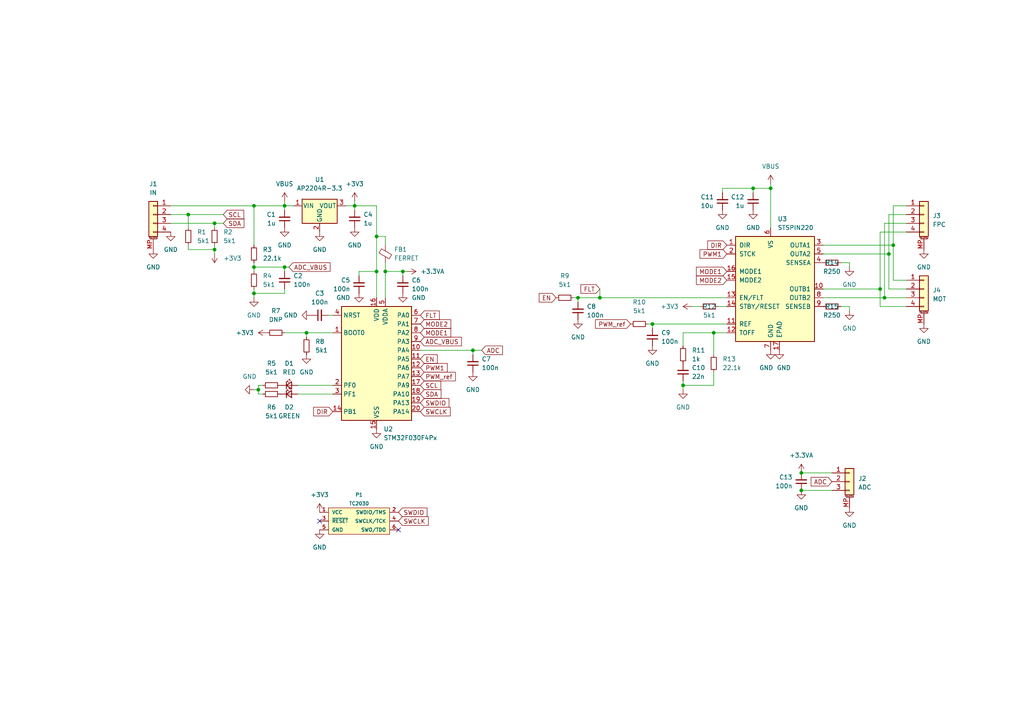
<source format=kicad_sch>
(kicad_sch (version 20211123) (generator eeschema)
  (paper "A4")
  (lib_symbols
    (symbol "Connector_Generic_MountingPin:Conn_01x03_MountingPin" (pin_names (offset 1.016) hide)
      (property "Reference" "J" (at 0 5.08 0))
      (property "Value" "Conn_01x03_MountingPin" (at 1.27 -5.08 0))
      (symbol "Conn_01x03_MountingPin_1_1"
        (rectangle (start -1.27 -2.413) (end 0 -2.667) (stroke (width 0.1524)))
        (rectangle (start -1.27 0.127) (end 0 -0.127) (stroke (width 0.1524)))
        (rectangle (start -1.27 2.667) (end 0 2.413) (stroke (width 0.1524)))
        (rectangle (start -1.27 3.81) (end 1.27 -3.81) (stroke (width 0.254)) (fill (type background)))
        (polyline (pts (xy -1.016 -4.572) (xy 1.016 -4.572)) (stroke (width 0.1524)))
        (text "Mounting" (at 0 -4.191 0) (effects (font (size 0.381 0.381))))
        (pin passive line (at -5.08 2.54 0) (length 3.81) (name "Pin_1") (number "1"))
        (pin passive line (at -5.08 0 0) (length 3.81) (name "Pin_2") (number "2"))
        (pin passive line (at -5.08 -2.54 0) (length 3.81) (name "Pin_3") (number "3"))
        (pin passive line (at 0 -7.62 90) (length 3.048) (name "MountPin") (number "MP"))
      )
    )
    (symbol "Connector_Generic_MountingPin:Conn_01x04_MountingPin" (pin_names (offset 1.016) hide)
      (property "Reference" "J" (at 0 5.08 0))
      (property "Value" "Conn_01x04_MountingPin" (at 1.27 -7.62 0))
      (symbol "Conn_01x04_MountingPin_1_1"
        (rectangle (start -1.27 -4.953) (end 0 -5.207) (stroke (width 0.1524)))
        (rectangle (start -1.27 -2.413) (end 0 -2.667) (stroke (width 0.1524)))
        (rectangle (start -1.27 0.127) (end 0 -0.127) (stroke (width 0.1524)))
        (rectangle (start -1.27 2.667) (end 0 2.413) (stroke (width 0.1524)))
        (rectangle (start -1.27 3.81) (end 1.27 -6.35) (stroke (width 0.254)) (fill (type background)))
        (polyline (pts (xy -1.016 -7.112) (xy 1.016 -7.112)) (stroke (width 0.1524)))
        (text "Mounting" (at 0 -6.731 0) (effects (font (size 0.381 0.381))))
        (pin passive line (at -5.08 2.54 0) (length 3.81) (name "Pin_1") (number "1"))
        (pin passive line (at -5.08 0 0) (length 3.81) (name "Pin_2") (number "2"))
        (pin passive line (at -5.08 -2.54 0) (length 3.81) (name "Pin_3") (number "3"))
        (pin passive line (at -5.08 -5.08 0) (length 3.81) (name "Pin_4") (number "4"))
        (pin passive line (at 0 -10.16 90) (length 3.048) (name "MountPin") (number "MP"))
      )
    )
    (symbol "Device:C_Small" (pin_numbers hide) (pin_names (offset 0.254) hide)
      (property "Reference" "C" (at 0.254 1.778 0))
      (property "Value" "C_Small" (at 0.254 -2.032 0))
      (symbol "C_Small_0_1"
        (polyline (pts (xy -1.524 -0.508) (xy 1.524 -0.508)) (stroke (width 0.3302)))
        (polyline (pts (xy -1.524 0.508) (xy 1.524 0.508)) (stroke (width 0.3048)))
      )
      (symbol "C_Small_1_1"
        (pin passive line (at 0 2.54 270) (length 2.032) (name "~") (number "1"))
        (pin passive line (at 0 -2.54 90) (length 2.032) (name "~") (number "2"))
      )
    )
    (symbol "Device:FerriteBead_Small" (pin_numbers hide) (pin_names (offset 0))
      (property "Reference" "FB" (at 1.905 1.27 0))
      (property "Value" "FerriteBead_Small" (at 1.905 -1.27 0))
      (symbol "FerriteBead_Small_0_1"
        (polyline (pts (xy 0 -1.27) (xy 0 -0.7874)))
        (polyline (pts (xy 0 0.889) (xy 0 1.2954)))
        (polyline (pts (xy -1.8288 0.2794) (xy -1.1176 1.4986) (xy 1.8288 -0.2032) (xy 1.1176 -1.4224) (xy -1.8288 0.2794)))
      )
      (symbol "FerriteBead_Small_1_1"
        (pin passive line (at 0 2.54 270) (length 1.27) (name "~") (number "1"))
        (pin passive line (at 0 -2.54 90) (length 1.27) (name "~") (number "2"))
      )
    )
    (symbol "Device:LED_Small" (pin_numbers hide) (pin_names (offset 0.254) hide)
      (property "Reference" "D" (at -1.27 3.175 0))
      (property "Value" "LED_Small" (at -4.445 -2.54 0))
      (symbol "LED_Small_0_1"
        (polyline (pts (xy -0.762 -1.016) (xy -0.762 1.016)) (stroke (width 0.254)))
        (polyline (pts (xy 1.016 0) (xy -0.762 0)))
        (polyline (pts (xy 0.762 -1.016) (xy -0.762 0) (xy 0.762 1.016) (xy 0.762 -1.016)) (stroke (width 0.254)))
        (polyline (pts (xy 0 0.762) (xy -0.508 1.27) (xy -0.254 1.27) (xy -0.508 1.27) (xy -0.508 1.016)))
        (polyline (pts (xy 0.508 1.27) (xy 0 1.778) (xy 0.254 1.778) (xy 0 1.778) (xy 0 1.524)))
      )
      (symbol "LED_Small_1_1"
        (pin passive line (at -2.54 0 0) (length 1.778) (name "K") (number "1"))
        (pin passive line (at 2.54 0 180) (length 1.778) (name "A") (number "2"))
      )
    )
    (symbol "Device:R_Small" (pin_numbers hide) (pin_names (offset 0.254) hide)
      (property "Reference" "R" (at 0.762 0.508 0))
      (property "Value" "R_Small" (at 0.762 -1.016 0))
      (symbol "R_Small_0_1"
        (rectangle (start -0.762 1.778) (end 0.762 -1.778) (stroke (width 0.2032)))
      )
      (symbol "R_Small_1_1"
        (pin passive line (at 0 2.54 270) (length 0.762) (name "~") (number "1"))
        (pin passive line (at 0 -2.54 90) (length 0.762) (name "~") (number "2"))
      )
    )
    (symbol "Driver_Motor:STSPIN220" (pin_names (offset 1.016))
      (property "Reference" "U" (at -10.16 16.51 0))
      (property "Value" "STSPIN220" (at 5.08 16.51 0))
      (symbol "STSPIN220_0_1"
        (rectangle (start -10.16 15.24) (end 12.7 -15.24) (stroke (width 0.254)) (fill (type background)))
      )
      (symbol "STSPIN220_1_1"
        (pin input line (at -12.7 12.7 0) (length 2.54) (name "DIR") (number "1"))
        (pin power_out line (at 15.24 0 180) (length 2.54) (name "OUTB1") (number "10"))
        (pin input line (at -12.7 -10.16 0) (length 2.54) (name "REF") (number "11"))
        (pin input line (at -12.7 -12.7 0) (length 2.54) (name "TOFF") (number "12"))
        (pin bidirectional line (at -12.7 -2.54 0) (length 2.54) (name "EN/FLT") (number "13"))
        (pin input line (at -12.7 -5.08 0) (length 2.54) (name "STBY/RESET") (number "14"))
        (pin input line (at -12.7 2.54 0) (length 2.54) (name "MODE2") (number "15"))
        (pin input line (at -12.7 5.08 0) (length 2.54) (name "MODE1") (number "16"))
        (pin power_in line (at 2.54 -17.78 90) (length 2.54) (name "EPAD") (number "17"))
        (pin input line (at -12.7 10.16 0) (length 2.54) (name "STCK") (number "2"))
        (pin power_out line (at 15.24 12.7 180) (length 2.54) (name "OUTA1") (number "3"))
        (pin power_out line (at 15.24 7.62 180) (length 2.54) (name "SENSEA") (number "4"))
        (pin power_out line (at 15.24 10.16 180) (length 2.54) (name "OUTA2") (number "5"))
        (pin power_in line (at 0 17.78 270) (length 2.54) (name "VS") (number "6"))
        (pin power_in line (at 0 -17.78 90) (length 2.54) (name "GND") (number "7"))
        (pin power_out line (at 15.24 -2.54 180) (length 2.54) (name "OUTB2") (number "8"))
        (pin power_out line (at 15.24 -5.08 180) (length 2.54) (name "SENSEB") (number "9"))
      )
    )
    (symbol "MCU_ST_STM32F0:STM32F030F4Px"
      (property "Reference" "U" (at -10.16 16.51 0))
      (property "Value" "STM32F030F4Px" (at 5.08 16.51 0))
      (symbol "STM32F030F4Px_0_1"
        (rectangle (start -10.16 -17.78) (end 10.16 15.24) (stroke (width 0.254)) (fill (type background)))
      )
      (symbol "STM32F030F4Px_1_1"
        (pin input line (at -12.7 7.62 0) (length 2.54) (name "BOOT0") (number "1"))
        (pin bidirectional line (at 12.7 2.54 180) (length 2.54) (name "PA4") (number "10"))
        (pin bidirectional line (at 12.7 0 180) (length 2.54) (name "PA5") (number "11"))
        (pin bidirectional line (at 12.7 -2.54 180) (length 2.54) (name "PA6") (number "12"))
        (pin bidirectional line (at 12.7 -5.08 180) (length 2.54) (name "PA7") (number "13"))
        (pin bidirectional line (at -12.7 -15.24 0) (length 2.54) (name "PB1") (number "14"))
        (pin power_in line (at 0 -20.32 90) (length 2.54) (name "VSS") (number "15"))
        (pin power_in line (at 0 17.78 270) (length 2.54) (name "VDD") (number "16"))
        (pin bidirectional line (at 12.7 -7.62 180) (length 2.54) (name "PA9") (number "17"))
        (pin bidirectional line (at 12.7 -10.16 180) (length 2.54) (name "PA10") (number "18"))
        (pin bidirectional line (at 12.7 -12.7 180) (length 2.54) (name "PA13") (number "19"))
        (pin input line (at -12.7 -7.62 0) (length 2.54) (name "PF0") (number "2"))
        (pin bidirectional line (at 12.7 -15.24 180) (length 2.54) (name "PA14") (number "20"))
        (pin input line (at -12.7 -10.16 0) (length 2.54) (name "PF1") (number "3"))
        (pin input line (at -12.7 12.7 0) (length 2.54) (name "NRST") (number "4"))
        (pin power_in line (at 2.54 17.78 270) (length 2.54) (name "VDDA") (number "5"))
        (pin bidirectional line (at 12.7 12.7 180) (length 2.54) (name "PA0") (number "6"))
        (pin bidirectional line (at 12.7 10.16 180) (length 2.54) (name "PA1") (number "7"))
        (pin bidirectional line (at 12.7 7.62 180) (length 2.54) (name "PA2") (number "8"))
        (pin bidirectional line (at 12.7 5.08 180) (length 2.54) (name "PA3") (number "9"))
      )
    )
    (symbol "Regulator_Linear:AP2204R-3.3" (pin_names (offset 0.254))
      (property "Reference" "U" (at -5.08 3.175 0))
      (property "Value" "AP2204R-3.3" (at 0 3.175 0))
      (symbol "AP2204R-3.3_0_1"
        (rectangle (start -5.08 1.905) (end 5.08 -5.08) (stroke (width 0.254)) (fill (type background)))
      )
      (symbol "AP2204R-3.3_1_1"
        (pin power_in line (at -7.62 0 0) (length 2.54) (name "VIN") (number "1"))
        (pin power_in line (at 0 -7.62 90) (length 2.54) (name "GND") (number "2"))
        (pin power_out line (at 7.62 0 180) (length 2.54) (name "VOUT") (number "3"))
      )
    )
    (symbol "otter:+3.3V" (power) (pin_names (offset 0))
      (property "Value" "+3.3V" (at 0 3.556 0))
      (symbol "+3.3V_0_1"
        (polyline (pts (xy -0.762 1.27) (xy 0 2.54)))
        (polyline (pts (xy 0 0) (xy 0 2.54)))
        (polyline (pts (xy 0 2.54) (xy 0.762 1.27)))
      )
      (symbol "+3.3V_1_1"
        (pin power_in line (at 0 0 90) (length 0) hide (name "+3V3") (number "1"))
      )
    )
    (symbol "otter:GND" (power) (pin_names (offset 0))
      (property "Value" "GND" (at 0 -3.81 0))
      (symbol "GND_0_1"
        (polyline (pts (xy 0 0) (xy 0 -1.27) (xy 1.27 -1.27) (xy 0 -2.54) (xy -1.27 -1.27) (xy 0 -1.27)))
      )
      (symbol "GND_1_1"
        (pin power_in line (at 0 0 270) (length 0) hide (name "GND") (number "1"))
      )
    )
    (symbol "otter:TC2030-CTX-Tag-Connect" (pin_names (offset 1.016))
      (property "Reference" "P" (at -1.27 -5.08 0))
      (property "Value" "TC2030-CTX-Tag-Connect" (at 0 5.08 0))
      (symbol "TC2030-CTX-Tag-Connect_0_1"
        (rectangle (start 8.89 3.81) (end -8.89 -3.81) (fill (type background)))
      )
      (symbol "TC2030-CTX-Tag-Connect_1_1"
        (pin passive line (at -11.43 2.54 0) (length 2.54) (name "VCC") (number "1"))
        (pin passive line (at 11.43 2.54 180) (length 2.54) (name "SWDIO/TMS") (number "2"))
        (pin passive line (at -11.43 0 0) (length 2.54) (name "~{RESET}") (number "3"))
        (pin passive line (at 11.43 0 180) (length 2.54) (name "SWCLK/TCK") (number "4"))
        (pin passive line (at -11.43 -2.54 0) (length 2.54) (name "GND") (number "5"))
        (pin passive line (at 11.43 -2.54 180) (length 2.54) (name "SWO/TDO") (number "6"))
      )
    )
    (symbol "power:+3.3VA" (power) (pin_names (offset 0))
      (property "Value" "+3.3VA" (at 0 3.556 0))
      (symbol "+3.3VA_0_1"
        (polyline (pts (xy -0.762 1.27) (xy 0 2.54)))
        (polyline (pts (xy 0 0) (xy 0 2.54)))
        (polyline (pts (xy 0 2.54) (xy 0.762 1.27)))
      )
      (symbol "+3.3VA_1_1"
        (pin power_in line (at 0 0 90) (length 0) hide (name "+3.3VA") (number "1"))
      )
    )
    (symbol "power:VBUS" (power) (pin_names (offset 0))
      (property "Value" "VBUS" (at 0 3.81 0))
      (symbol "VBUS_0_1"
        (polyline (pts (xy -0.762 1.27) (xy 0 2.54)))
        (polyline (pts (xy 0 0) (xy 0 2.54)))
        (polyline (pts (xy 0 2.54) (xy 0.762 1.27)))
      )
      (symbol "VBUS_1_1"
        (pin power_in line (at 0 0 90) (length 0) hide (name "VBUS") (number "1"))
      )
    )
  )
  (junction (at 207.01 96.52))
  (junction (at 116.84 78.74))
  (junction (at 102.87 59.69))
  (junction (at 232.41 142.24))
  (junction (at 257.81 73.66))
  (junction (at 137.16 101.6))
  (junction (at 232.41 137.16))
  (junction (at 73.66 77.47))
  (junction (at 198.12 111.76))
  (junction (at 256.54 86.36))
  (junction (at 218.44 54.61))
  (junction (at 109.22 78.74))
  (junction (at 259.08 71.12))
  (junction (at 167.64 86.36))
  (junction (at 255.27 83.82))
  (junction (at 73.66 59.69))
  (junction (at 82.55 77.47))
  (junction (at 62.23 72.39))
  (junction (at 62.23 64.77))
  (junction (at 173.99 86.36))
  (junction (at 73.66 85.09))
  (junction (at 223.52 54.61))
  (junction (at 189.23 93.98))
  (junction (at 111.76 78.74))
  (junction (at 88.9 96.52))
  (junction (at 74.93 113.03))
  (junction (at 82.55 59.69))
  (junction (at 109.22 68.58))
  (junction (at 54.61 62.23))
  (no_connect (at 92.71 151.13))
  (no_connect (at 115.57 153.67))
  (wire (pts (xy 173.99 86.36) (xy 210.82 86.36)))
  (wire (pts (xy 54.61 66.04) (xy 54.61 62.23)))
  (wire (pts (xy 85.09 59.69) (xy 82.55 59.69)))
  (wire (pts (xy 262.89 59.69) (xy 259.08 59.69)))
  (wire (pts (xy 262.89 64.77) (xy 256.54 64.77)))
  (wire (pts (xy 256.54 86.36) (xy 262.89 86.36)))
  (wire (pts (xy 83.82 77.47) (xy 82.55 77.47)))
  (wire (pts (xy 256.54 86.36) (xy 238.76 86.36)))
  (wire (pts (xy 223.52 53.34) (xy 223.52 54.61)))
  (wire (pts (xy 187.96 93.98) (xy 189.23 93.98)))
  (wire (pts (xy 111.76 68.58) (xy 109.22 68.58)))
  (wire (pts (xy 73.66 77.47) (xy 73.66 78.74)))
  (wire (pts (xy 189.23 95.25) (xy 189.23 93.98)))
  (wire (pts (xy 232.41 142.24) (xy 241.3 142.24)))
  (wire (pts (xy 82.55 59.69) (xy 82.55 58.42)))
  (wire (pts (xy 173.99 83.82) (xy 173.99 86.36)))
  (wire (pts (xy 73.66 59.69) (xy 82.55 59.69)))
  (wire (pts (xy 246.38 76.2) (xy 243.84 76.2)))
  (wire (pts (xy 104.14 78.74) (xy 109.22 78.74)))
  (wire (pts (xy 62.23 72.39) (xy 62.23 71.12)))
  (wire (pts (xy 218.44 54.61) (xy 223.52 54.61)))
  (wire (pts (xy 208.28 88.9) (xy 210.82 88.9)))
  (wire (pts (xy 86.36 111.76) (xy 96.52 111.76)))
  (wire (pts (xy 259.08 71.12) (xy 259.08 81.28)))
  (wire (pts (xy 62.23 72.39) (xy 54.61 72.39)))
  (wire (pts (xy 102.87 60.96) (xy 102.87 59.69)))
  (wire (pts (xy 257.81 62.23) (xy 257.81 73.66)))
  (wire (pts (xy 262.89 67.31) (xy 255.27 67.31)))
  (wire (pts (xy 73.66 85.09) (xy 82.55 85.09)))
  (wire (pts (xy 49.53 59.69) (xy 73.66 59.69)))
  (wire (pts (xy 74.93 111.76) (xy 76.2 111.76)))
  (wire (pts (xy 255.27 88.9) (xy 262.89 88.9)))
  (wire (pts (xy 64.77 62.23) (xy 54.61 62.23)))
  (wire (pts (xy 246.38 88.9) (xy 243.84 88.9)))
  (wire (pts (xy 109.22 68.58) (xy 109.22 78.74)))
  (wire (pts (xy 54.61 72.39) (xy 54.61 71.12)))
  (wire (pts (xy 116.84 78.74) (xy 116.84 80.01)))
  (wire (pts (xy 166.37 86.36) (xy 167.64 86.36)))
  (wire (pts (xy 207.01 96.52) (xy 198.12 96.52)))
  (wire (pts (xy 139.7 101.6) (xy 137.16 101.6)))
  (wire (pts (xy 74.93 114.3) (xy 74.93 113.03)))
  (wire (pts (xy 118.11 78.74) (xy 116.84 78.74)))
  (wire (pts (xy 207.01 111.76) (xy 207.01 107.95)))
  (wire (pts (xy 189.23 93.98) (xy 210.82 93.98)))
  (wire (pts (xy 95.25 91.44) (xy 96.52 91.44)))
  (wire (pts (xy 73.66 85.09) (xy 73.66 83.82)))
  (wire (pts (xy 111.76 78.74) (xy 111.76 86.36)))
  (wire (pts (xy 167.64 87.63) (xy 167.64 86.36)))
  (wire (pts (xy 255.27 83.82) (xy 255.27 88.9)))
  (wire (pts (xy 207.01 96.52) (xy 207.01 102.87)))
  (wire (pts (xy 246.38 77.47) (xy 246.38 76.2)))
  (wire (pts (xy 167.64 86.36) (xy 173.99 86.36)))
  (wire (pts (xy 82.55 85.09) (xy 82.55 83.82)))
  (wire (pts (xy 223.52 54.61) (xy 223.52 66.04)))
  (wire (pts (xy 96.52 114.3) (xy 86.36 114.3)))
  (wire (pts (xy 257.81 83.82) (xy 262.89 83.82)))
  (wire (pts (xy 200.66 88.9) (xy 203.2 88.9)))
  (wire (pts (xy 256.54 64.77) (xy 256.54 86.36)))
  (wire (pts (xy 209.55 55.88) (xy 209.55 54.61)))
  (wire (pts (xy 109.22 59.69) (xy 109.22 68.58)))
  (wire (pts (xy 54.61 62.23) (xy 49.53 62.23)))
  (wire (pts (xy 246.38 90.17) (xy 246.38 88.9)))
  (wire (pts (xy 62.23 66.04) (xy 62.23 64.77)))
  (wire (pts (xy 218.44 55.88) (xy 218.44 54.61)))
  (wire (pts (xy 198.12 96.52) (xy 198.12 100.33)))
  (wire (pts (xy 198.12 111.76) (xy 207.01 111.76)))
  (wire (pts (xy 104.14 80.01) (xy 104.14 78.74)))
  (wire (pts (xy 82.55 96.52) (xy 88.9 96.52)))
  (wire (pts (xy 109.22 78.74) (xy 109.22 86.36)))
  (wire (pts (xy 255.27 67.31) (xy 255.27 83.82)))
  (wire (pts (xy 111.76 71.12) (xy 111.76 68.58)))
  (wire (pts (xy 259.08 81.28) (xy 262.89 81.28)))
  (wire (pts (xy 74.93 113.03) (xy 74.93 111.76)))
  (wire (pts (xy 111.76 78.74) (xy 116.84 78.74)))
  (wire (pts (xy 73.66 76.2) (xy 73.66 77.47)))
  (wire (pts (xy 137.16 101.6) (xy 121.92 101.6)))
  (wire (pts (xy 73.66 86.36) (xy 73.66 85.09)))
  (wire (pts (xy 238.76 71.12) (xy 259.08 71.12)))
  (wire (pts (xy 198.12 110.49) (xy 198.12 111.76)))
  (wire (pts (xy 82.55 78.74) (xy 82.55 77.47)))
  (wire (pts (xy 137.16 102.87) (xy 137.16 101.6)))
  (wire (pts (xy 241.3 137.16) (xy 232.41 137.16)))
  (wire (pts (xy 102.87 59.69) (xy 109.22 59.69)))
  (wire (pts (xy 82.55 77.47) (xy 73.66 77.47)))
  (wire (pts (xy 257.81 73.66) (xy 257.81 83.82)))
  (wire (pts (xy 76.2 114.3) (xy 74.93 114.3)))
  (wire (pts (xy 210.82 96.52) (xy 207.01 96.52)))
  (wire (pts (xy 100.33 59.69) (xy 102.87 59.69)))
  (wire (pts (xy 82.55 60.96) (xy 82.55 59.69)))
  (wire (pts (xy 62.23 64.77) (xy 49.53 64.77)))
  (wire (pts (xy 209.55 54.61) (xy 218.44 54.61)))
  (wire (pts (xy 73.66 71.12) (xy 73.66 59.69)))
  (wire (pts (xy 62.23 73.66) (xy 62.23 72.39)))
  (wire (pts (xy 73.66 113.03) (xy 74.93 113.03)))
  (wire (pts (xy 238.76 83.82) (xy 255.27 83.82)))
  (wire (pts (xy 259.08 59.69) (xy 259.08 71.12)))
  (wire (pts (xy 238.76 73.66) (xy 257.81 73.66)))
  (wire (pts (xy 64.77 64.77) (xy 62.23 64.77)))
  (wire (pts (xy 198.12 113.03) (xy 198.12 111.76)))
  (wire (pts (xy 88.9 96.52) (xy 88.9 97.79)))
  (wire (pts (xy 102.87 59.69) (xy 102.87 58.42)))
  (wire (pts (xy 96.52 96.52) (xy 88.9 96.52)))
  (wire (pts (xy 111.76 76.2) (xy 111.76 78.74)))
  (wire (pts (xy 262.89 62.23) (xy 257.81 62.23)))
  (global_label "SDA" (shape input) (at 64.77 64.77 0) (property "Intersheet References" "${INTERSHEET_REFS}" (effects hide)))
  (global_label "PWM_ref" (shape input) (at 182.88 93.98 180) (property "Intersheet References" "${INTERSHEET_REFS}" (effects hide)))
  (global_label "ADC" (shape input) (at 139.7 101.6 0) (property "Intersheet References" "${INTERSHEET_REFS}" (effects hide)))
  (global_label "ADC_VBUS" (shape input) (at 83.82 77.47 0) (property "Intersheet References" "${INTERSHEET_REFS}" (effects hide)))
  (global_label "SWDIO" (shape input) (at 115.57 148.59 0) (property "Intersheet References" "${INTERSHEET_REFS}" (effects hide)))
  (global_label "SWCLK" (shape input) (at 121.92 119.38 0) (property "Intersheet References" "${INTERSHEET_REFS}" (effects hide)))
  (global_label "MODE1" (shape input) (at 210.82 78.74 180) (property "Intersheet References" "${INTERSHEET_REFS}" (effects hide)))
  (global_label "MODE2" (shape input) (at 121.92 93.98 0) (property "Intersheet References" "${INTERSHEET_REFS}" (effects hide)))
  (global_label "SCL" (shape input) (at 121.92 111.76 0) (property "Intersheet References" "${INTERSHEET_REFS}" (effects hide)))
  (global_label "PWM1" (shape input) (at 121.92 106.68 0) (property "Intersheet References" "${INTERSHEET_REFS}" (effects hide)))
  (global_label "PWM_ref" (shape input) (at 121.92 109.22 0) (property "Intersheet References" "${INTERSHEET_REFS}" (effects hide)))
  (global_label "SWCLK" (shape input) (at 115.57 151.13 0) (property "Intersheet References" "${INTERSHEET_REFS}" (effects hide)))
  (global_label "FLT" (shape input) (at 173.99 83.82 180) (property "Intersheet References" "${INTERSHEET_REFS}" (effects hide)))
  (global_label "DIR" (shape input) (at 210.82 71.12 180) (property "Intersheet References" "${INTERSHEET_REFS}" (effects hide)))
  (global_label "MODE2" (shape input) (at 210.82 81.28 180) (property "Intersheet References" "${INTERSHEET_REFS}" (effects hide)))
  (global_label "SDA" (shape input) (at 121.92 114.3 0) (property "Intersheet References" "${INTERSHEET_REFS}" (effects hide)))
  (global_label "DIR" (shape input) (at 96.52 119.38 180) (property "Intersheet References" "${INTERSHEET_REFS}" (effects hide)))
  (global_label "FLT" (shape input) (at 121.92 91.44 0) (property "Intersheet References" "${INTERSHEET_REFS}" (effects hide)))
  (global_label "MODE1" (shape input) (at 121.92 96.52 0) (property "Intersheet References" "${INTERSHEET_REFS}" (effects hide)))
  (global_label "ADC" (shape input) (at 241.3 139.7 180) (property "Intersheet References" "${INTERSHEET_REFS}" (effects hide)))
  (global_label "EN" (shape input) (at 161.29 86.36 180) (property "Intersheet References" "${INTERSHEET_REFS}" (effects hide)))
  (global_label "PWM1" (shape input) (at 210.82 73.66 180) (property "Intersheet References" "${INTERSHEET_REFS}" (effects hide)))
  (global_label "ADC_VBUS" (shape input) (at 121.92 99.06 0) (property "Intersheet References" "${INTERSHEET_REFS}" (effects hide)))
  (global_label "SCL" (shape input) (at 64.77 62.23 0) (property "Intersheet References" "${INTERSHEET_REFS}" (effects hide)))
  (global_label "SWDIO" (shape input) (at 121.92 116.84 0) (property "Intersheet References" "${INTERSHEET_REFS}" (effects hide)))
  (global_label "EN" (shape input) (at 121.92 104.14 0) (property "Intersheet References" "${INTERSHEET_REFS}" (effects hide)))
  (symbol (lib_id "otter:GND") (at 267.97 72.39 0) (unit 1)
    (property "Reference" "#PWR0118" (effects hide))
    (property "Value" "GND" (at 267.97 77.47 0))
  )
  (symbol (lib_id "Device:R_Small") (at 78.74 111.76 90) (unit 1)
    (property "Reference" "R5" (at 78.74 105.41 90))
    (property "Value" "5k1" (at 78.74 107.95 90))
    (property "Footprint" "otter:R_0402" (effects hide))
  )
  (symbol (lib_id "otter:+3.3V") (at 200.66 88.9 90) (unit 1)
    (property "Reference" "#PWR0129" (effects hide))
    (property "Value" "+3.3V" (at 196.85 88.8999 90) (effects (justify left)))
  )
  (symbol (lib_id "Connector_Generic_MountingPin:Conn_01x04_MountingPin") (at 267.97 62.23 0) (unit 1)
    (property "Reference" "J3" (at 270.51 62.5855 0) (effects (justify left)))
    (property "Value" "FPC" (at 270.51 65.1255 0) (effects (justify left)))
    (property "Footprint" "Connector_FFC-FPC:TE_84953-4_1x04-1MP_P1.0mm_Horizontal" (effects hide))
  )
  (symbol (lib_id "Device:C_Small") (at 189.23 97.79 180) (unit 1)
    (property "Reference" "C9" (at 191.77 96.5135 0) (effects (justify right)))
    (property "Value" "100n" (at 191.77 99.0535 0) (effects (justify right)))
    (property "Footprint" "otter:C_0402" (effects hide))
  )
  (symbol (lib_id "otter:GND") (at 104.14 85.09 0) (mirror y) (unit 1)
    (property "Reference" "#PWR0102" (effects hide))
    (property "Value" "GND" (at 101.6 86.3599 0) (effects (justify left)))
  )
  (symbol (lib_id "otter:GND") (at 167.64 92.71 0) (unit 1)
    (property "Reference" "#PWR0126" (effects hide))
    (property "Value" "GND" (at 167.64 97.79 0))
  )
  (symbol (lib_id "otter:GND") (at 246.38 77.47 0) (unit 1)
    (property "Reference" "#PWR0131" (effects hide))
    (property "Value" "GND" (at 246.38 82.55 0))
  )
  (symbol (lib_id "MCU_ST_STM32F0:STM32F030F4Px") (at 109.22 104.14 0) (unit 1)
    (property "Reference" "U2" (at 111.2394 124.46 0) (effects (justify left)))
    (property "Value" "STM32F030F4Px" (at 111.2394 127 0) (effects (justify left)))
    (property "Footprint" "Package_SO:TSSOP-20_4.4x6.5mm_P0.65mm" (effects hide))
    (property "Datasheet" "http://www.st.com/st-web-ui/static/active/en/resource/technical/document/datasheet/DM00088500.pdf" (effects hide))
  )
  (symbol (lib_id "otter:GND") (at 82.55 66.04 0) (unit 1)
    (property "Reference" "#PWR0120" (effects hide))
    (property "Value" "GND" (at 82.55 71.12 0))
  )
  (symbol (lib_id "Device:C_Small") (at 82.55 63.5 180) (unit 1)
    (property "Reference" "C1" (at 80.01 62.2235 0) (effects (justify left)))
    (property "Value" "1u" (at 80.01 64.7635 0) (effects (justify left)))
    (property "Footprint" "otter:C_0603" (effects hide))
  )
  (symbol (lib_id "power:+3.3VA") (at 232.41 137.16 0) (unit 1)
    (property "Reference" "#PWR0114" (effects hide))
    (property "Value" "+3.3VA" (at 232.41 132.08 0))
  )
  (symbol (lib_id "otter:GND") (at 49.53 67.31 0) (unit 1)
    (property "Reference" "#PWR0121" (effects hide))
    (property "Value" "GND" (at 49.53 72.39 0))
  )
  (symbol (lib_id "Device:C_Small") (at 82.55 81.28 180) (unit 1)
    (property "Reference" "C2" (at 85.09 80.0035 0) (effects (justify right)))
    (property "Value" "100n" (at 85.09 82.5435 0) (effects (justify right)))
    (property "Footprint" "otter:C_0402" (effects hide))
  )
  (symbol (lib_id "otter:GND") (at 116.84 85.09 0) (unit 1)
    (property "Reference" "#PWR0112" (effects hide))
    (property "Value" "GND" (at 119.38 86.3599 0) (effects (justify left)))
  )
  (symbol (lib_id "Device:R_Small") (at 78.74 114.3 90) (mirror x) (unit 1)
    (property "Reference" "R6" (at 78.74 118.11 90))
    (property "Value" "5k1" (at 78.74 120.65 90))
    (property "Footprint" "otter:R_0402" (effects hide))
  )
  (symbol (lib_id "Device:C_Small") (at 232.41 139.7 180) (unit 1)
    (property "Reference" "C13" (at 229.87 138.4235 0) (effects (justify left)))
    (property "Value" "100n" (at 229.87 140.9635 0) (effects (justify left)))
    (property "Footprint" "otter:C_0402" (effects hide))
  )
  (symbol (lib_id "Device:R_Small") (at 163.83 86.36 90) (unit 1)
    (property "Reference" "R9" (at 163.83 80.01 90))
    (property "Value" "5k1" (at 163.83 82.55 90))
    (property "Footprint" "otter:R_0402" (effects hide))
  )
  (symbol (lib_id "Driver_Motor:STSPIN220") (at 223.52 83.82 0) (unit 1)
    (property "Reference" "U3" (at 225.5394 63.5 0) (effects (justify left)))
    (property "Value" "STSPIN220" (at 225.5394 66.04 0) (effects (justify left)))
    (property "Footprint" "Package_DFN_QFN:VQFN-16-1EP_3x3mm_P0.5mm_EP1.8x1.8mm" (effects hide))
    (property "Datasheet" "www.st.com/resource/en/datasheet/stspin220.pdf" (effects hide))
  )
  (symbol (lib_id "otter:GND") (at 73.66 86.36 0) (unit 1)
    (property "Reference" "#PWR0125" (effects hide))
    (property "Value" "GND" (at 73.66 91.44 0))
  )
  (symbol (lib_id "Device:C_Small") (at 137.16 105.41 180) (unit 1)
    (property "Reference" "C7" (at 139.7 104.1335 0) (effects (justify right)))
    (property "Value" "100n" (at 139.7 106.6735 0) (effects (justify right)))
    (property "Footprint" "otter:C_0402" (effects hide))
  )
  (symbol (lib_id "otter:GND") (at 223.52 101.6 0) (unit 1)
    (property "Reference" "#PWR0134" (effects hide))
    (property "Value" "GND" (at 222.25 106.68 0))
  )
  (symbol (lib_id "otter:TC2030-CTX-Tag-Connect") (at 104.14 151.13 0) (unit 1)
    (property "Reference" "P1" (at 104.14 143.51 0) (effects (font (size 1.016 1.016))))
    (property "Value" "TC2030" (at 104.14 146.05 0) (effects (font (size 1.016 1.016))))
    (property "Footprint" "otter:TC2030" (effects hide))
  )
  (symbol (lib_id "Device:LED_Small") (at 83.82 114.3 0) (unit 1)
    (property "Reference" "D2" (at 83.8835 118.11 0))
    (property "Value" "GREEN" (at 83.8835 120.65 0))
    (property "Footprint" "otter:LED_0603_1608Metric" (effects hide))
  )
  (symbol (lib_id "Device:C_Small") (at 167.64 90.17 180) (unit 1)
    (property "Reference" "C8" (at 170.18 88.8935 0) (effects (justify right)))
    (property "Value" "100n" (at 170.18 91.4335 0) (effects (justify right)))
    (property "Footprint" "otter:C_0402" (effects hide))
  )
  (symbol (lib_id "otter:GND") (at 246.38 147.32 0) (unit 1)
    (property "Reference" "#PWR0113" (effects hide))
    (property "Value" "GND" (at 246.38 152.4 0))
  )
  (symbol (lib_id "Device:R_Small") (at 205.74 88.9 90) (unit 1)
    (property "Reference" "R12" (at 205.74 88.9 90))
    (property "Value" "5k1" (at 205.74 91.44 90))
    (property "Footprint" "otter:R_0402" (effects hide))
  )
  (symbol (lib_id "otter:GND") (at 92.71 67.31 0) (unit 1)
    (property "Reference" "#PWR0104" (effects hide))
    (property "Value" "GND" (at 92.71 72.39 0))
  )
  (symbol (lib_id "Device:C_Small") (at 102.87 63.5 180) (unit 1)
    (property "Reference" "C4" (at 105.41 62.2235 0) (effects (justify right)))
    (property "Value" "1u" (at 105.41 64.7635 0) (effects (justify right)))
    (property "Footprint" "otter:C_0603" (effects hide))
  )
  (symbol (lib_id "Device:R_Small") (at 241.3 76.2 90) (unit 1)
    (property "Reference" "R14" (at 241.3 76.2 90))
    (property "Value" "R250" (at 241.3 78.74 90))
    (property "Footprint" "otter:R_0805" (effects hide))
  )
  (symbol (lib_id "otter:GND") (at 102.87 66.04 0) (unit 1)
    (property "Reference" "#PWR0103" (effects hide))
    (property "Value" "GND" (at 102.87 71.12 0))
  )
  (symbol (lib_id "power:+3.3VA") (at 118.11 78.74 270) (unit 1)
    (property "Reference" "#PWR0111" (effects hide))
    (property "Value" "+3.3VA" (at 121.92 78.7399 90) (effects (justify left)))
  )
  (symbol (lib_id "Device:R_Small") (at 54.61 68.58 0) (unit 1)
    (property "Reference" "R1" (at 57.15 67.3099 0) (effects (justify left)))
    (property "Value" "5k1" (at 57.15 69.8499 0) (effects (justify left)))
    (property "Footprint" "otter:R_0402" (effects hide))
  )
  (symbol (lib_id "otter:+3.3V") (at 102.87 58.42 0) (unit 1)
    (property "Reference" "#PWR0105" (effects hide))
    (property "Value" "+3.3V" (at 102.87 53.34 0))
  )
  (symbol (lib_id "Device:C_Small") (at 218.44 58.42 180) (unit 1)
    (property "Reference" "C12" (at 215.9 57.1435 0) (effects (justify left)))
    (property "Value" "1u" (at 215.9 59.6835 0) (effects (justify left)))
    (property "Footprint" "otter:C_0603" (effects hide))
  )
  (symbol (lib_id "otter:+3.3V") (at 92.71 148.59 0) (unit 1)
    (property "Reference" "#PWR0109" (effects hide))
    (property "Value" "+3.3V" (at 92.71 143.51 0))
  )
  (symbol (lib_id "Device:R_Small") (at 73.66 73.66 0) (unit 1)
    (property "Reference" "R3" (at 76.2 72.3899 0) (effects (justify left)))
    (property "Value" "22.1k" (at 76.2 74.9299 0) (effects (justify left)))
    (property "Footprint" "otter:R_0402" (effects hide))
  )
  (symbol (lib_id "Device:FerriteBead_Small") (at 111.76 73.66 0) (unit 1)
    (property "Reference" "FB1" (at 114.3 72.3518 0) (effects (justify left)))
    (property "Value" "FERRET" (at 114.3 74.8918 0) (effects (justify left)))
    (property "Footprint" "otter:R_0603" (effects hide))
  )
  (symbol (lib_id "Device:C_Small") (at 92.71 91.44 90) (unit 1)
    (property "Reference" "C3" (at 92.7163 85.09 90))
    (property "Value" "100n" (at 92.7163 87.63 90))
    (property "Footprint" "otter:C_0402" (effects hide))
  )
  (symbol (lib_id "otter:+3.3V") (at 62.23 73.66 180) (unit 1)
    (property "Reference" "#PWR0124" (effects hide))
    (property "Value" "+3.3V" (at 64.77 74.9299 0) (effects (justify right)))
  )
  (symbol (lib_id "Device:C_Small") (at 198.12 107.95 180) (unit 1)
    (property "Reference" "C10" (at 200.66 106.6735 0) (effects (justify right)))
    (property "Value" "22n" (at 200.66 109.2135 0) (effects (justify right)))
    (property "Footprint" "otter:C_0402" (effects hide))
  )
  (symbol (lib_id "Device:LED_Small") (at 83.82 111.76 0) (unit 1)
    (property "Reference" "D1" (at 83.8835 105.41 0))
    (property "Value" "RED" (at 83.8835 107.95 0))
    (property "Footprint" "otter:LED_0603_1608Metric" (effects hide))
  )
  (symbol (lib_id "Device:R_Small") (at 185.42 93.98 90) (unit 1)
    (property "Reference" "R10" (at 185.42 87.63 90))
    (property "Value" "5k1" (at 185.42 90.17 90))
    (property "Footprint" "otter:R_0402" (effects hide))
  )
  (symbol (lib_id "otter:GND") (at 109.22 124.46 0) (unit 1)
    (property "Reference" "#PWR0108" (effects hide))
    (property "Value" "GND" (at 109.22 129.54 0))
  )
  (symbol (lib_id "Connector_Generic_MountingPin:Conn_01x04_MountingPin") (at 44.45 62.23 0) (mirror y) (unit 1)
    (property "Reference" "J1" (at 44.45 53.34 0))
    (property "Value" "IN" (at 44.45 55.88 0))
    (property "Footprint" "Connector_Molex:Molex_PicoBlade_53261-0471_1x04-1MP_P1.25mm_Horizontal" (effects hide))
  )
  (symbol (lib_id "otter:GND") (at 198.12 113.03 0) (unit 1)
    (property "Reference" "#PWR0128" (effects hide))
    (property "Value" "GND" (at 198.12 118.11 0))
  )
  (symbol (lib_id "otter:GND") (at 92.71 153.67 0) (unit 1)
    (property "Reference" "#PWR0110" (effects hide))
    (property "Value" "GND" (at 92.71 158.75 0))
  )
  (symbol (lib_id "Device:R_Small") (at 198.12 102.87 0) (unit 1)
    (property "Reference" "R11" (at 200.66 101.5999 0) (effects (justify left)))
    (property "Value" "1k" (at 200.66 104.1399 0) (effects (justify left)))
    (property "Footprint" "otter:R_0402" (effects hide))
  )
  (symbol (lib_id "otter:GND") (at 73.66 113.03 270) (unit 1)
    (property "Reference" "#PWR0107" (effects hide))
    (property "Value" "GND" (at 72.39 109.22 90))
  )
  (symbol (lib_id "Device:R_Small") (at 80.01 96.52 90) (unit 1)
    (property "Reference" "R7" (at 80.01 90.17 90))
    (property "Value" "DNP" (at 80.01 92.71 90))
    (property "Footprint" "otter:R_0805" (effects hide))
  )
  (symbol (lib_id "Device:C_Small") (at 209.55 58.42 180) (unit 1)
    (property "Reference" "C11" (at 203.2 57.15 0) (effects (justify right)))
    (property "Value" "10u" (at 203.2 59.69 0) (effects (justify right)))
    (property "Footprint" "otter:C_0805" (effects hide))
  )
  (symbol (lib_id "otter:GND") (at 267.97 93.98 0) (unit 1)
    (property "Reference" "#PWR0117" (effects hide))
    (property "Value" "GND" (at 267.97 99.06 0))
  )
  (symbol (lib_id "otter:GND") (at 44.45 72.39 0) (unit 1)
    (property "Reference" "#PWR0122" (effects hide))
    (property "Value" "GND" (at 44.45 77.47 0))
  )
  (symbol (lib_id "otter:GND") (at 246.38 90.17 0) (unit 1)
    (property "Reference" "#PWR0130" (effects hide))
    (property "Value" "GND" (at 246.38 95.25 0))
  )
  (symbol (lib_id "otter:GND") (at 232.41 142.24 0) (unit 1)
    (property "Reference" "#PWR0115" (effects hide))
    (property "Value" "GND" (at 232.41 147.32 0))
  )
  (symbol (lib_id "otter:GND") (at 209.55 60.96 0) (unit 1)
    (property "Reference" "#PWR0136" (effects hide))
    (property "Value" "GND" (at 209.55 66.04 0))
  )
  (symbol (lib_id "otter:GND") (at 137.16 107.95 0) (unit 1)
    (property "Reference" "#PWR0116" (effects hide))
    (property "Value" "GND" (at 137.16 113.03 0))
  )
  (symbol (lib_id "Device:R_Small") (at 207.01 105.41 0) (unit 1)
    (property "Reference" "R13" (at 209.55 104.1399 0) (effects (justify left)))
    (property "Value" "22.1k" (at 209.55 106.6799 0) (effects (justify left)))
    (property "Footprint" "otter:R_0402" (effects hide))
  )
  (symbol (lib_id "Device:R_Small") (at 73.66 81.28 0) (unit 1)
    (property "Reference" "R4" (at 76.2 80.0099 0) (effects (justify left)))
    (property "Value" "5k1" (at 76.2 82.5499 0) (effects (justify left)))
    (property "Footprint" "otter:R_0402" (effects hide))
  )
  (symbol (lib_id "otter:GND") (at 189.23 100.33 0) (unit 1)
    (property "Reference" "#PWR0127" (effects hide))
    (property "Value" "GND" (at 189.23 105.41 0))
  )
  (symbol (lib_id "Device:C_Small") (at 104.14 82.55 0) (mirror x) (unit 1)
    (property "Reference" "C5" (at 101.6 81.2735 0) (effects (justify right)))
    (property "Value" "100n" (at 101.6 83.8135 0) (effects (justify right)))
    (property "Footprint" "otter:C_0402" (effects hide))
  )
  (symbol (lib_id "Connector_Generic_MountingPin:Conn_01x04_MountingPin") (at 267.97 83.82 0) (unit 1)
    (property "Reference" "J4" (at 270.51 84.1755 0) (effects (justify left)))
    (property "Value" "MOT" (at 270.51 86.7155 0) (effects (justify left)))
    (property "Footprint" "Connector_Molex:Molex_PicoBlade_53261-0471_1x04-1MP_P1.25mm_Horizontal" (effects hide))
  )
  (symbol (lib_id "Device:R_Small") (at 241.3 88.9 90) (unit 1)
    (property "Reference" "R15" (at 241.3 88.9 90))
    (property "Value" "R250" (at 241.3 91.44 90))
    (property "Footprint" "otter:R_0805" (effects hide))
  )
  (symbol (lib_id "Regulator_Linear:AP2204R-3.3") (at 92.71 59.69 0) (unit 1)
    (property "Reference" "U1" (at 92.71 52.07 0))
    (property "Value" "AP2204R-3.3" (at 92.71 54.61 0))
    (property "Footprint" "Package_TO_SOT_SMD:SOT-89-3" (effects hide))
    (property "Datasheet" "https://www.diodes.com/assets/Datasheets/AP2204.pdf" (effects hide))
  )
  (symbol (lib_id "Connector_Generic_MountingPin:Conn_01x03_MountingPin") (at 246.38 139.7 0) (unit 1)
    (property "Reference" "J2" (at 248.92 138.7855 0) (effects (justify left)))
    (property "Value" "ADC" (at 248.92 141.3255 0) (effects (justify left)))
    (property "Footprint" "Connector_Molex:Molex_PicoBlade_53261-0371_1x03-1MP_P1.25mm_Horizontal" (effects hide))
  )
  (symbol (lib_id "Device:R_Small") (at 88.9 100.33 0) (unit 1)
    (property "Reference" "R8" (at 91.44 99.0599 0) (effects (justify left)))
    (property "Value" "5k1" (at 91.44 101.5999 0) (effects (justify left)))
    (property "Footprint" "otter:R_0402" (effects hide))
  )
  (symbol (lib_id "power:VBUS") (at 223.52 53.34 0) (unit 1)
    (property "Reference" "#PWR0132" (effects hide))
    (property "Value" "VBUS" (at 223.52 48.26 0))
  )
  (symbol (lib_id "otter:GND") (at 90.17 91.44 270) (unit 1)
    (property "Reference" "#PWR0106" (effects hide))
    (property "Value" "GND" (at 86.36 91.4399 90) (effects (justify right)))
  )
  (symbol (lib_id "otter:GND") (at 218.44 60.96 0) (unit 1)
    (property "Reference" "#PWR0133" (effects hide))
    (property "Value" "GND" (at 218.44 66.04 0))
  )
  (symbol (lib_id "otter:GND") (at 88.9 102.87 0) (unit 1)
    (property "Reference" "#PWR0101" (effects hide))
    (property "Value" "GND" (at 88.9 107.95 0))
  )
  (symbol (lib_id "power:VBUS") (at 82.55 58.42 0) (unit 1)
    (property "Reference" "#PWR0119" (effects hide))
    (property "Value" "VBUS" (at 82.55 53.34 0))
  )
  (symbol (lib_id "Device:R_Small") (at 62.23 68.58 0) (unit 1)
    (property "Reference" "R2" (at 64.77 67.3099 0) (effects (justify left)))
    (property "Value" "5k1" (at 64.77 69.8499 0) (effects (justify left)))
    (property "Footprint" "otter:R_0402" (effects hide))
  )
  (symbol (lib_id "otter:GND") (at 226.06 101.6 0) (unit 1)
    (property "Reference" "#PWR0135" (effects hide))
    (property "Value" "GND" (at 227.33 106.68 0))
  )
  (symbol (lib_id "Device:C_Small") (at 116.84 82.55 180) (unit 1)
    (property "Reference" "C6" (at 119.38 81.2735 0) (effects (justify right)))
    (property "Value" "100n" (at 119.38 83.8135 0) (effects (justify right)))
    (property "Footprint" "otter:C_0402" (effects hide))
  )
  (symbol (lib_id "otter:+3.3V") (at 77.47 96.52 90) (unit 1)
    (property "Reference" "#PWR0123" (effects hide))
    (property "Value" "+3.3V" (at 73.66 96.5199 90) (effects (justify left)))
  )
)
</source>
